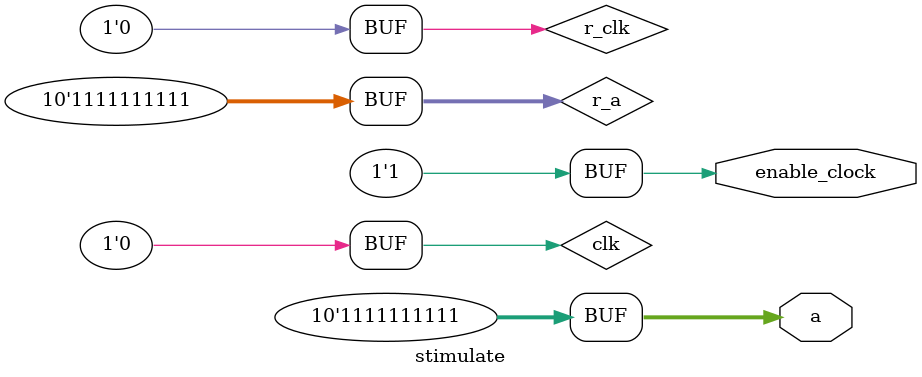
<source format=v>
`timescale 1ns / 1ps
module stimulate
( output [9:0]a,
  output enable_clock
);
reg [9:0]r_a=10'b00000000000;
reg r_clk=1'b0;
initial
begin
#50; r_a[9:0]=10'b1111111111;
end
assign a=r_a;
assign clk=r_clk;
assign enable_clock=1'b1;
endmodule

module tb_delay_line(

    );
    wire [9:0]x;
    wire [9:0]y_o_delay;
    wire [9:0]y_one_delay;
    wire [9:0]y_two_delay;
    wire clk;
    clock_emulator clock(
    .CLK(clk)
    );
    stimulate sim(
    .a(x[9:0]),
    .enable_clock(en_clock)
    );
    
    delay_line #(
    .DELAY(0)
    )do_job_o_delay
    (
    .clk(clk),
    .idata(x[9:0]),
    .odata(y_o_delay[9:0])    
    );
    delay_line #(
    .DELAY(1)
    )do_job_one_delay
    (
    .clk(clk),
    .idata(x[9:0]),
    .odata(y_one_delay[9:0])    
    );
    delay_line #(
    .DELAY(2)
    )do_job_two_delay
    (
    .clk(clk),
    .idata(x[9:0]),
    .odata(y_two_delay[9:0])    
    );
endmodule

</source>
